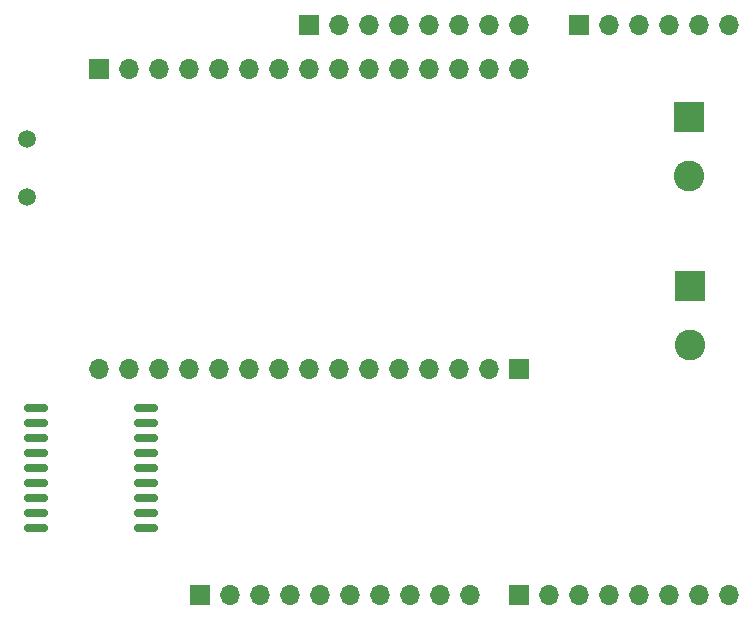
<source format=gbr>
%TF.GenerationSoftware,KiCad,Pcbnew,8.0.2-1*%
%TF.CreationDate,2024-05-16T23:12:18-04:00*%
%TF.ProjectId,ORA_Arduino_ESP_CAN_Shield,4f52415f-4172-4647-9569-6e6f5f455350,rev?*%
%TF.SameCoordinates,Original*%
%TF.FileFunction,Soldermask,Bot*%
%TF.FilePolarity,Negative*%
%FSLAX46Y46*%
G04 Gerber Fmt 4.6, Leading zero omitted, Abs format (unit mm)*
G04 Created by KiCad (PCBNEW 8.0.2-1) date 2024-05-16 23:12:18*
%MOMM*%
%LPD*%
G01*
G04 APERTURE LIST*
G04 Aperture macros list*
%AMRoundRect*
0 Rectangle with rounded corners*
0 $1 Rounding radius*
0 $2 $3 $4 $5 $6 $7 $8 $9 X,Y pos of 4 corners*
0 Add a 4 corners polygon primitive as box body*
4,1,4,$2,$3,$4,$5,$6,$7,$8,$9,$2,$3,0*
0 Add four circle primitives for the rounded corners*
1,1,$1+$1,$2,$3*
1,1,$1+$1,$4,$5*
1,1,$1+$1,$6,$7*
1,1,$1+$1,$8,$9*
0 Add four rect primitives between the rounded corners*
20,1,$1+$1,$2,$3,$4,$5,0*
20,1,$1+$1,$4,$5,$6,$7,0*
20,1,$1+$1,$6,$7,$8,$9,0*
20,1,$1+$1,$8,$9,$2,$3,0*%
G04 Aperture macros list end*
%ADD10R,1.700000X1.700000*%
%ADD11O,1.700000X1.700000*%
%ADD12RoundRect,0.150000X0.875000X0.150000X-0.875000X0.150000X-0.875000X-0.150000X0.875000X-0.150000X0*%
%ADD13R,2.600000X2.600000*%
%ADD14C,2.600000*%
%ADD15C,1.500000*%
G04 APERTURE END LIST*
D10*
%TO.C,Digital_1*%
X42560000Y-73580000D03*
D11*
X45100000Y-73580000D03*
X47640000Y-73580000D03*
X50180000Y-73580000D03*
X52720000Y-73580000D03*
X55260000Y-73580000D03*
X57800000Y-73580000D03*
X60340000Y-73580000D03*
X62880000Y-73580000D03*
X65420000Y-73580000D03*
%TD*%
D10*
%TO.C,Power_1*%
X51715000Y-25320000D03*
D11*
X54255000Y-25320000D03*
X56795000Y-25320000D03*
X59335000Y-25320000D03*
X61875000Y-25320000D03*
X64415000Y-25320000D03*
X66955000Y-25320000D03*
X69495000Y-25320000D03*
%TD*%
D10*
%TO.C,Analog_1*%
X74570000Y-25310000D03*
D11*
X77110000Y-25310000D03*
X79650000Y-25310000D03*
X82190000Y-25310000D03*
X84730000Y-25310000D03*
X87270000Y-25310000D03*
%TD*%
D10*
%TO.C,Digital_2*%
X69490000Y-73580000D03*
D11*
X72030000Y-73580000D03*
X74570000Y-73580000D03*
X77110000Y-73580000D03*
X79650000Y-73580000D03*
X82190000Y-73580000D03*
X84730000Y-73580000D03*
X87270000Y-73580000D03*
%TD*%
D12*
%TO.C,U2*%
X37975000Y-57730000D03*
X37975000Y-59000000D03*
X37975000Y-60270000D03*
X37975000Y-61540000D03*
X37975000Y-62810000D03*
X37975000Y-64080000D03*
X37975000Y-65350000D03*
X37975000Y-66620000D03*
X37975000Y-67890000D03*
X28675000Y-67890000D03*
X28675000Y-66620000D03*
X28675000Y-65350000D03*
X28675000Y-64080000D03*
X28675000Y-62810000D03*
X28675000Y-61540000D03*
X28675000Y-60270000D03*
X28675000Y-59000000D03*
X28675000Y-57730000D03*
%TD*%
D10*
%TO.C,EN_1*%
X69530000Y-54460000D03*
D11*
X66990000Y-54460000D03*
X64450000Y-54460000D03*
X61910000Y-54460000D03*
X59370000Y-54460000D03*
X56830000Y-54460000D03*
X54290000Y-54460000D03*
X51750000Y-54460000D03*
X49210000Y-54460000D03*
X46670000Y-54460000D03*
X44130000Y-54460000D03*
X41590000Y-54460000D03*
X39050000Y-54460000D03*
X36510000Y-54460000D03*
X33970000Y-54460000D03*
%TD*%
D13*
%TO.C,J1*%
X83990000Y-47420000D03*
D14*
X83990000Y-52420000D03*
%TD*%
D13*
%TO.C,J2*%
X83940000Y-33110000D03*
D14*
X83940000Y-38110000D03*
%TD*%
D10*
%TO.C,BOOT_1*%
X33970000Y-29060000D03*
D11*
X36510000Y-29060000D03*
X39050000Y-29060000D03*
X41590000Y-29060000D03*
X44130000Y-29060000D03*
X46670000Y-29060000D03*
X49210000Y-29060000D03*
X51750000Y-29060000D03*
X54290000Y-29060000D03*
X56830000Y-29060000D03*
X59370000Y-29060000D03*
X61910000Y-29060000D03*
X64450000Y-29060000D03*
X66990000Y-29060000D03*
X69530000Y-29060000D03*
%TD*%
D15*
%TO.C,Y1*%
X27865000Y-39870000D03*
X27865000Y-34990000D03*
%TD*%
M02*

</source>
